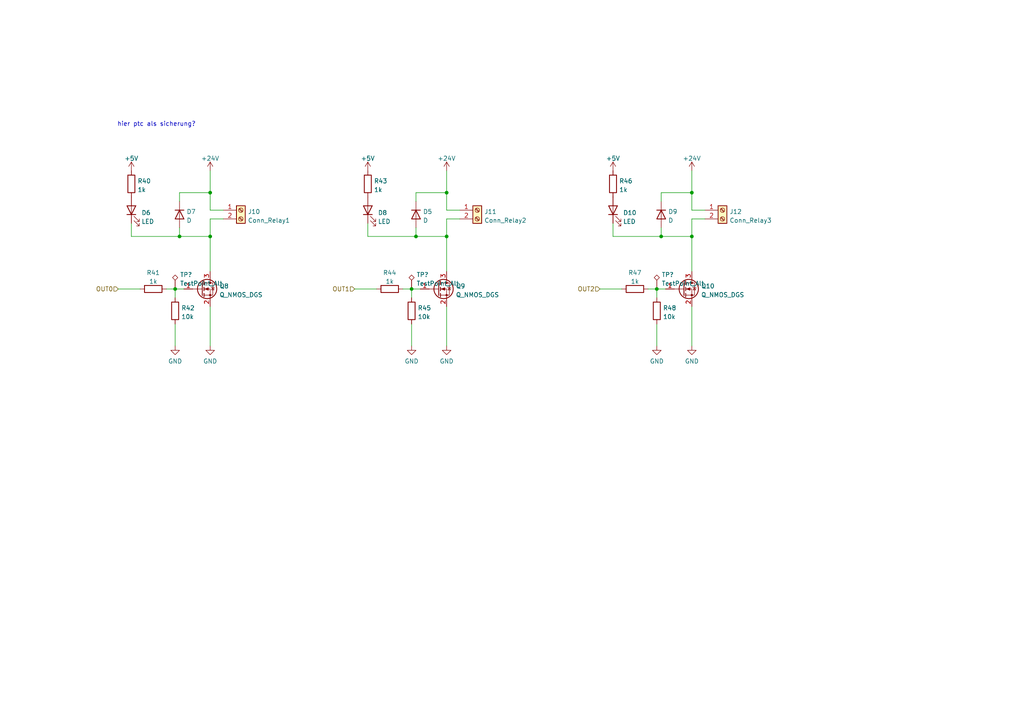
<source format=kicad_sch>
(kicad_sch (version 20211123) (generator eeschema)
  (paper "A4")
  (title_block (title "FloatPUMP Schematics") (date "2022-11-11") (rev "1.0") (company "robtor.de") (comment 1 "Controller board for up to 3 water pumps") (comment 2 "measuring capabilities with piezoresistive pressure sensors") (comment 3 "sensor input Range 4mA-20mA"))
  (lib_symbols
    (symbol "Connector:Screw_Terminal_01x02" (pin_names (offset 1.016) hide)
      (property "Reference" "J" (at 0 2.54 0))
      (property "Value" "Screw_Terminal_01x02" (at 0 -5.08 0))
      (symbol "Screw_Terminal_01x02_1_1"
        (rectangle (start -1.27 1.27) (end 1.27 -3.81) (stroke (width 0.254)) (fill (type background)))
        (circle (center 0 -2.54) (radius 0.635) (stroke (width 0.1524)))
        (polyline (pts (xy -0.5334 -2.2098) (xy 0.3302 -3.048)) (stroke (width 0.1524)))
        (polyline (pts (xy -0.5334 0.3302) (xy 0.3302 -0.508)) (stroke (width 0.1524)))
        (polyline (pts (xy -0.3556 -2.032) (xy 0.508 -2.8702)) (stroke (width 0.1524)))
        (polyline (pts (xy -0.3556 0.508) (xy 0.508 -0.3302)) (stroke (width 0.1524)))
        (circle (center 0 0) (radius 0.635) (stroke (width 0.1524)))
        (pin passive line (at -5.08 0 0) (length 3.81) (name "Pin_1") (number "1"))
        (pin passive line (at -5.08 -2.54 0) (length 3.81) (name "Pin_2") (number "2"))
      )
    )
    (symbol "Connector:TestPoint_Alt" (pin_numbers hide) (pin_names (offset 0.762) hide)
      (property "Reference" "TP" (at 0 6.858 0))
      (property "Value" "TestPoint_Alt" (at 0 5.08 0))
      (symbol "TestPoint_Alt_0_1"
        (polyline (pts (xy 0 2.54) (xy -0.762 3.302) (xy 0 4.064) (xy 0.762 3.302) (xy 0 2.54)))
      )
      (symbol "TestPoint_Alt_1_1"
        (pin passive line (at 0 0 90) (length 2.54) (name "1") (number "1"))
      )
    )
    (symbol "Device:D" (pin_numbers hide) (pin_names (offset 1.016) hide)
      (property "Reference" "D" (at 0 2.54 0))
      (property "Value" "D" (at 0 -2.54 0))
      (symbol "D_0_1"
        (polyline (pts (xy -1.27 1.27) (xy -1.27 -1.27)) (stroke (width 0.254)))
        (polyline (pts (xy 1.27 0) (xy -1.27 0)))
        (polyline (pts (xy 1.27 1.27) (xy 1.27 -1.27) (xy -1.27 0) (xy 1.27 1.27)) (stroke (width 0.254)))
      )
      (symbol "D_1_1"
        (pin passive line (at -3.81 0 0) (length 2.54) (name "K") (number "1"))
        (pin passive line (at 3.81 0 180) (length 2.54) (name "A") (number "2"))
      )
    )
    (symbol "Device:LED" (pin_numbers hide) (pin_names (offset 1.016) hide)
      (property "Reference" "D" (at 0 2.54 0))
      (property "Value" "LED" (at 0 -2.54 0))
      (symbol "LED_0_1"
        (polyline (pts (xy -1.27 -1.27) (xy -1.27 1.27)) (stroke (width 0.254)))
        (polyline (pts (xy -1.27 0) (xy 1.27 0)))
        (polyline (pts (xy 1.27 -1.27) (xy 1.27 1.27) (xy -1.27 0) (xy 1.27 -1.27)) (stroke (width 0.254)))
        (polyline (pts (xy -3.048 -0.762) (xy -4.572 -2.286) (xy -3.81 -2.286) (xy -4.572 -2.286) (xy -4.572 -1.524)))
        (polyline (pts (xy -1.778 -0.762) (xy -3.302 -2.286) (xy -2.54 -2.286) (xy -3.302 -2.286) (xy -3.302 -1.524)))
      )
      (symbol "LED_1_1"
        (pin passive line (at -3.81 0 0) (length 2.54) (name "K") (number "1"))
        (pin passive line (at 3.81 0 180) (length 2.54) (name "A") (number "2"))
      )
    )
    (symbol "Device:Q_NMOS_GSD" (pin_names (offset 0) hide)
      (property "Reference" "Q" (at 5.08 1.27 0))
      (property "Value" "Q_NMOS_GSD" (at 5.08 -1.27 0))
      (symbol "Q_NMOS_GSD_0_1"
        (polyline (pts (xy 0.254 0) (xy -2.54 0)))
        (polyline (pts (xy 0.254 1.905) (xy 0.254 -1.905)) (stroke (width 0.254)))
        (polyline (pts (xy 0.762 -1.27) (xy 0.762 -2.286)) (stroke (width 0.254)))
        (polyline (pts (xy 0.762 0.508) (xy 0.762 -0.508)) (stroke (width 0.254)))
        (polyline (pts (xy 0.762 2.286) (xy 0.762 1.27)) (stroke (width 0.254)))
        (polyline (pts (xy 2.54 2.54) (xy 2.54 1.778)))
        (polyline (pts (xy 2.54 -2.54) (xy 2.54 0) (xy 0.762 0)))
        (polyline (pts (xy 0.762 -1.778) (xy 3.302 -1.778) (xy 3.302 1.778) (xy 0.762 1.778)))
        (polyline (pts (xy 1.016 0) (xy 2.032 0.381) (xy 2.032 -0.381) (xy 1.016 0)) (fill (type outline)))
        (polyline (pts (xy 2.794 0.508) (xy 2.921 0.381) (xy 3.683 0.381) (xy 3.81 0.254)))
        (polyline (pts (xy 3.302 0.381) (xy 2.921 -0.254) (xy 3.683 -0.254) (xy 3.302 0.381)))
        (circle (center 1.651 0) (radius 2.794) (stroke (width 0.254)))
        (circle (center 2.54 -1.778) (radius 0.254) (fill (type outline)))
        (circle (center 2.54 1.778) (radius 0.254) (fill (type outline)))
      )
      (symbol "Q_NMOS_GSD_1_1"
        (pin input line (at -5.08 0 0) (length 2.54) (name "G") (number "1"))
        (pin passive line (at 2.54 -5.08 90) (length 2.54) (name "S") (number "2"))
        (pin passive line (at 2.54 5.08 270) (length 2.54) (name "D") (number "3"))
      )
    )
    (symbol "Device:R" (pin_numbers hide) (pin_names (offset 0))
      (property "Reference" "R" (at 2.032 0 90))
      (property "Value" "R" (at 0 0 90))
      (symbol "R_0_1"
        (rectangle (start -1.016 -2.54) (end 1.016 2.54) (stroke (width 0.254)))
      )
      (symbol "R_1_1"
        (pin passive line (at 0 3.81 270) (length 1.27) (name "~") (number "1"))
        (pin passive line (at 0 -3.81 90) (length 1.27) (name "~") (number "2"))
      )
    )
    (symbol "power:+24V" (power) (pin_names (offset 0))
      (property "Value" "+24V" (at 0 3.556 0))
      (symbol "+24V_0_1"
        (polyline (pts (xy -0.762 1.27) (xy 0 2.54)))
        (polyline (pts (xy 0 0) (xy 0 2.54)))
        (polyline (pts (xy 0 2.54) (xy 0.762 1.27)))
      )
      (symbol "+24V_1_1"
        (pin power_in line (at 0 0 90) (length 0) hide (name "+24V") (number "1"))
      )
    )
    (symbol "power:+5V" (power) (pin_names (offset 0))
      (property "Value" "+5V" (at 0 3.556 0))
      (symbol "+5V_0_1"
        (polyline (pts (xy -0.762 1.27) (xy 0 2.54)))
        (polyline (pts (xy 0 0) (xy 0 2.54)))
        (polyline (pts (xy 0 2.54) (xy 0.762 1.27)))
      )
      (symbol "+5V_1_1"
        (pin power_in line (at 0 0 90) (length 0) hide (name "+5V") (number "1"))
      )
    )
    (symbol "power:GND" (power) (pin_names (offset 0))
      (property "Value" "GND" (at 0 -3.81 0))
      (symbol "GND_0_1"
        (polyline (pts (xy 0 0) (xy 0 -1.27) (xy 1.27 -1.27) (xy 0 -2.54) (xy -1.27 -1.27) (xy 0 -1.27)))
      )
      (symbol "GND_1_1"
        (pin power_in line (at 0 0 270) (length 0) hide (name "GND") (number "1"))
      )
    )
  )
  (junction (at 52.07 68.58))
  (junction (at 120.65 68.58))
  (junction (at 60.96 68.58))
  (junction (at 129.54 68.58))
  (junction (at 119.38 83.82))
  (junction (at 50.8 83.82))
  (junction (at 60.96 55.88))
  (junction (at 191.77 68.58))
  (junction (at 129.54 55.88))
  (junction (at 190.5 83.82))
  (junction (at 200.66 68.58))
  (junction (at 200.66 55.88))
  (wire (pts (xy 191.77 58.42) (xy 191.77 55.88)))
  (wire (pts (xy 60.96 68.58) (xy 60.96 78.74)))
  (wire (pts (xy 173.99 83.82) (xy 180.34 83.82)))
  (wire (pts (xy 190.5 83.82) (xy 193.04 83.82)))
  (wire (pts (xy 50.8 83.82) (xy 50.8 86.36)))
  (wire (pts (xy 200.66 88.9) (xy 200.66 100.33)))
  (wire (pts (xy 200.66 68.58) (xy 200.66 78.74)))
  (wire (pts (xy 129.54 49.53) (xy 129.54 55.88)))
  (wire (pts (xy 102.87 83.82) (xy 109.22 83.82)))
  (wire (pts (xy 60.96 55.88) (xy 60.96 60.96)))
  (wire (pts (xy 191.77 68.58) (xy 200.66 68.58)))
  (wire (pts (xy 52.07 68.58) (xy 38.1 68.58)))
  (wire (pts (xy 187.96 83.82) (xy 190.5 83.82)))
  (wire (pts (xy 190.5 83.82) (xy 190.5 86.36)))
  (wire (pts (xy 120.65 55.88) (xy 129.54 55.88)))
  (wire (pts (xy 120.65 68.58) (xy 129.54 68.58)))
  (wire (pts (xy 200.66 55.88) (xy 200.66 60.96)))
  (wire (pts (xy 191.77 55.88) (xy 200.66 55.88)))
  (wire (pts (xy 177.8 64.77) (xy 177.8 68.58)))
  (wire (pts (xy 129.54 60.96) (xy 133.35 60.96)))
  (wire (pts (xy 50.8 83.82) (xy 53.34 83.82)))
  (wire (pts (xy 116.84 83.82) (xy 119.38 83.82)))
  (wire (pts (xy 50.8 93.98) (xy 50.8 100.33)))
  (wire (pts (xy 133.35 63.5) (xy 129.54 63.5)))
  (wire (pts (xy 60.96 88.9) (xy 60.96 100.33)))
  (wire (pts (xy 106.68 64.77) (xy 106.68 68.58)))
  (wire (pts (xy 52.07 55.88) (xy 60.96 55.88)))
  (wire (pts (xy 60.96 63.5) (xy 60.96 68.58)))
  (wire (pts (xy 34.29 83.82) (xy 40.64 83.82)))
  (wire (pts (xy 119.38 93.98) (xy 119.38 100.33)))
  (wire (pts (xy 52.07 66.04) (xy 52.07 68.58)))
  (wire (pts (xy 119.38 83.82) (xy 121.92 83.82)))
  (wire (pts (xy 120.65 66.04) (xy 120.65 68.58)))
  (wire (pts (xy 52.07 58.42) (xy 52.07 55.88)))
  (wire (pts (xy 191.77 68.58) (xy 177.8 68.58)))
  (wire (pts (xy 129.54 88.9) (xy 129.54 100.33)))
  (wire (pts (xy 52.07 68.58) (xy 60.96 68.58)))
  (wire (pts (xy 60.96 60.96) (xy 64.77 60.96)))
  (wire (pts (xy 64.77 63.5) (xy 60.96 63.5)))
  (wire (pts (xy 190.5 93.98) (xy 190.5 100.33)))
  (wire (pts (xy 120.65 58.42) (xy 120.65 55.88)))
  (wire (pts (xy 119.38 83.82) (xy 119.38 86.36)))
  (wire (pts (xy 204.47 63.5) (xy 200.66 63.5)))
  (wire (pts (xy 129.54 68.58) (xy 129.54 78.74)))
  (wire (pts (xy 129.54 63.5) (xy 129.54 68.58)))
  (wire (pts (xy 200.66 49.53) (xy 200.66 55.88)))
  (wire (pts (xy 120.65 68.58) (xy 106.68 68.58)))
  (wire (pts (xy 129.54 55.88) (xy 129.54 60.96)))
  (wire (pts (xy 200.66 63.5) (xy 200.66 68.58)))
  (wire (pts (xy 38.1 64.77) (xy 38.1 68.58)))
  (wire (pts (xy 191.77 66.04) (xy 191.77 68.58)))
  (wire (pts (xy 48.26 83.82) (xy 50.8 83.82)))
  (wire (pts (xy 200.66 60.96) (xy 204.47 60.96)))
  (wire (pts (xy 60.96 49.53) (xy 60.96 55.88)))
  (text " hier ptc als sicherung?" (at 33.02 36.83 0) (effects (font (size 1.27 1.27)) (justify left bottom)))
  (hierarchical_label "OUT1" (shape input) (at 102.87 83.82 180))
  (hierarchical_label "OUT2" (shape input) (at 173.99 83.82 180))
  (hierarchical_label "OUT0" (shape input) (at 34.29 83.82 180))
  (symbol (lib_id "power:+24V") (at 129.54 49.53 0) (unit 1)
    (property "Reference" "#PWR057" (effects hide))
    (property "Value" "+24V" (at 129.54 45.9542 0))
  )
  (symbol (lib_id "power:GND") (at 200.66 100.33 0) (unit 1)
    (property "Reference" "#PWR062" (effects hide))
    (property "Value" "GND" (at 200.66 104.7734 0))
  )
  (symbol (lib_id "power:GND") (at 119.38 100.33 0) (unit 1)
    (property "Reference" "#PWR056" (effects hide))
    (property "Value" "GND" (at 119.38 104.7734 0))
  )
  (symbol (lib_id "Connector:TestPoint_Alt") (at 119.38 83.82 0) (unit 1)
    (property "Reference" "TP?" (at 120.777 79.6833 0) (effects (justify left)))
    (property "Value" "TestPoint_Alt" (at 120.777 82.2202 0) (effects (justify left)))
  )
  (symbol (lib_id "power:+5V") (at 177.8 49.53 0) (unit 1)
    (property "Reference" "#PWR059" (effects hide))
    (property "Value" "+5V" (at 177.8 45.9542 0))
  )
  (symbol (lib_id "Device:R") (at 113.03 83.82 90) (unit 1)
    (property "Reference" "R44" (at 113.03 79.1042 90))
    (property "Value" "1k" (at 113.03 81.6411 90))
    (property "Footprint" "Resistor_SMD:R_0603_1608Metric" (effects hide))
    (property "JLCPCB" "C328340" (effects hide))
  )
  (symbol (lib_id "Device:D") (at 191.77 62.23 270) (unit 1)
    (property "Reference" "D9" (at 193.802 61.3953 90) (effects (justify left)))
    (property "Value" "D" (at 193.802 63.9322 90) (effects (justify left)))
    (property "Footprint" "Diode_SMD:D_SMA" (effects hide))
    (property "Datasheet" "https://datasheet.lcsc.com/lcsc/2109061630_YONGYUTAI-1N4001_C2892670.pdf" (effects hide))
    (property "JLCPCB" "C2892670" (effects hide))
  )
  (symbol (lib_id "Device:D") (at 52.07 62.23 270) (unit 1)
    (property "Reference" "D7" (at 54.102 61.3953 90) (effects (justify left)))
    (property "Value" "D" (at 54.102 63.9322 90) (effects (justify left)))
    (property "Footprint" "Diode_SMD:D_SMA" (effects hide))
    (property "Datasheet" "https://datasheet.lcsc.com/lcsc/2109061630_YONGYUTAI-1N4001_C2892670.pdf" (effects hide))
    (property "JLCPCB" "C2892670" (effects hide))
  )
  (symbol (lib_id "Connector:TestPoint_Alt") (at 190.5 83.82 0) (unit 1)
    (property "Reference" "TP?" (at 191.897 79.6833 0) (effects (justify left)))
    (property "Value" "TestPoint_Alt" (at 191.897 82.2202 0) (effects (justify left)))
  )
  (symbol (lib_id "Device:R") (at 184.15 83.82 90) (unit 1)
    (property "Reference" "R47" (at 184.15 79.1042 90))
    (property "Value" "1k" (at 184.15 81.6411 90))
    (property "Footprint" "Resistor_SMD:R_0603_1608Metric" (effects hide))
    (property "JLCPCB" "C328340" (effects hide))
  )
  (symbol (lib_id "power:+5V") (at 106.68 49.53 0) (unit 1)
    (property "Reference" "#PWR055" (effects hide))
    (property "Value" "+5V" (at 106.68 45.9542 0))
  )
  (symbol (lib_id "power:+24V") (at 60.96 49.53 0) (unit 1)
    (property "Reference" "#PWR053" (effects hide))
    (property "Value" "+24V" (at 60.96 45.9542 0))
  )
  (symbol (lib_id "Device:D") (at 120.65 62.23 270) (unit 1)
    (property "Reference" "D5" (at 122.682 61.3953 90) (effects (justify left)))
    (property "Value" "D" (at 122.682 63.9322 90) (effects (justify left)))
    (property "Footprint" "Diode_SMD:D_SMA" (effects hide))
    (property "Datasheet" "https://datasheet.lcsc.com/lcsc/2109061630_YONGYUTAI-1N4001_C2892670.pdf" (effects hide))
    (property "JLCPCB" "C2892670" (effects hide))
  )
  (symbol (lib_id "Device:Q_NMOS_GSD") (at 198.12 83.82 0) (unit 1)
    (property "Reference" "Q10" (at 203.327 82.9853 0) (effects (justify left)))
    (property "Value" "Q_NMOS_DGS" (at 203.327 85.5222 0) (effects (justify left)))
    (property "Footprint" "Package_TO_SOT_SMD:SOT-23" (effects hide))
    (property "Datasheet" "https://datasheet.lcsc.com/lcsc/1810271831_TOSHIBA-T2N7002BK-LM_C146372.pdf" (effects hide))
    (property "JLCPCB" "C146372" (effects hide))
  )
  (symbol (lib_id "Connector:TestPoint_Alt") (at 50.8 83.82 0) (unit 1)
    (property "Reference" "TP?" (at 52.197 79.6833 0) (effects (justify left)))
    (property "Value" "TestPoint_Alt" (at 52.197 82.2202 0) (effects (justify left)))
  )
  (symbol (lib_id "Device:LED") (at 106.68 60.96 90) (unit 1)
    (property "Reference" "D8" (at 109.601 61.7128 90) (effects (justify right)))
    (property "Value" "LED" (at 109.601 64.2497 90) (effects (justify right)))
    (property "Footprint" "LED_SMD:LED_0805_2012Metric" (effects hide))
  )
  (symbol (lib_id "power:GND") (at 60.96 100.33 0) (unit 1)
    (property "Reference" "#PWR054" (effects hide))
    (property "Value" "GND" (at 60.96 104.7734 0))
  )
  (symbol (lib_id "Device:LED") (at 177.8 60.96 90) (unit 1)
    (property "Reference" "D10" (at 180.721 61.7128 90) (effects (justify right)))
    (property "Value" "LED" (at 180.721 64.2497 90) (effects (justify right)))
    (property "Footprint" "LED_SMD:LED_0805_2012Metric" (effects hide))
  )
  (symbol (lib_id "Device:R") (at 106.68 53.34 180) (unit 1)
    (property "Reference" "R43" (at 108.458 52.5053 0) (effects (justify right)))
    (property "Value" "1k" (at 108.458 55.0422 0) (effects (justify right)))
    (property "Footprint" "Resistor_SMD:R_0603_1608Metric" (effects hide))
    (property "JLCPCB" "C328340" (effects hide))
  )
  (symbol (lib_id "power:GND") (at 129.54 100.33 0) (unit 1)
    (property "Reference" "#PWR058" (effects hide))
    (property "Value" "GND" (at 129.54 104.7734 0))
  )
  (symbol (lib_id "Device:LED") (at 38.1 60.96 90) (unit 1)
    (property "Reference" "D6" (at 41.021 61.7128 90) (effects (justify right)))
    (property "Value" "LED" (at 41.021 64.2497 90) (effects (justify right)))
    (property "Footprint" "LED_SMD:LED_0805_2012Metric" (effects hide))
  )
  (symbol (lib_id "Device:Q_NMOS_GSD") (at 58.42 83.82 0) (unit 1)
    (property "Reference" "Q8" (at 63.627 82.9853 0) (effects (justify left)))
    (property "Value" "Q_NMOS_DGS" (at 63.627 85.5222 0) (effects (justify left)))
    (property "Footprint" "Package_TO_SOT_SMD:SOT-23" (effects hide))
    (property "Datasheet" "https://datasheet.lcsc.com/lcsc/1810271831_TOSHIBA-T2N7002BK-LM_C146372.pdf" (effects hide))
    (property "JLCPCB" "C146372" (effects hide))
  )
  (symbol (lib_id "power:GND") (at 50.8 100.33 0) (unit 1)
    (property "Reference" "#PWR052" (effects hide))
    (property "Value" "GND" (at 50.8 104.7734 0))
  )
  (symbol (lib_id "Device:R") (at 38.1 53.34 180) (unit 1)
    (property "Reference" "R40" (at 39.878 52.5053 0) (effects (justify right)))
    (property "Value" "1k" (at 39.878 55.0422 0) (effects (justify right)))
    (property "Footprint" "Resistor_SMD:R_0603_1608Metric" (effects hide))
    (property "JLCPCB" "C328340" (effects hide))
  )
  (symbol (lib_id "Device:Q_NMOS_GSD") (at 127 83.82 0) (unit 1)
    (property "Reference" "Q9" (at 132.207 82.9853 0) (effects (justify left)))
    (property "Value" "Q_NMOS_DGS" (at 132.207 85.5222 0) (effects (justify left)))
    (property "Footprint" "Package_TO_SOT_SMD:SOT-23" (effects hide))
    (property "Datasheet" "https://datasheet.lcsc.com/lcsc/1810271831_TOSHIBA-T2N7002BK-LM_C146372.pdf" (effects hide))
    (property "JLCPCB" "C146372" (effects hide))
  )
  (symbol (lib_id "Connector:Screw_Terminal_01x02") (at 138.43 60.96 0) (unit 1)
    (property "Reference" "J11" (at 140.462 61.3953 0) (effects (justify left)))
    (property "Value" "Conn_Relay2" (at 140.462 63.9322 0) (effects (justify left)))
  )
  (symbol (lib_id "Connector:Screw_Terminal_01x02") (at 209.55 60.96 0) (unit 1)
    (property "Reference" "J12" (at 211.582 61.3953 0) (effects (justify left)))
    (property "Value" "Conn_Relay3" (at 211.582 63.9322 0) (effects (justify left)))
  )
  (symbol (lib_id "power:+5V") (at 38.1 49.53 0) (unit 1)
    (property "Reference" "#PWR051" (effects hide))
    (property "Value" "+5V" (at 38.1 45.9542 0))
  )
  (symbol (lib_id "Connector:Screw_Terminal_01x02") (at 69.85 60.96 0) (unit 1)
    (property "Reference" "J10" (at 71.882 61.3953 0) (effects (justify left)))
    (property "Value" "Conn_Relay1" (at 71.882 63.9322 0) (effects (justify left)))
  )
  (symbol (lib_id "Device:R") (at 50.8 90.17 0) (unit 1)
    (property "Reference" "R42" (at 52.578 89.3353 0) (effects (justify left)))
    (property "Value" "10k" (at 52.578 91.8722 0) (effects (justify left)))
    (property "Footprint" "Resistor_SMD:R_0603_1608Metric" (effects hide))
    (property "JLCPCB" "C238881" (effects hide))
  )
  (symbol (lib_id "Device:R") (at 119.38 90.17 0) (unit 1)
    (property "Reference" "R45" (at 121.158 89.3353 0) (effects (justify left)))
    (property "Value" "10k" (at 121.158 91.8722 0) (effects (justify left)))
    (property "Footprint" "Resistor_SMD:R_0603_1608Metric" (effects hide))
    (property "JLCPCB" "C238881" (effects hide))
  )
  (symbol (lib_id "power:+24V") (at 200.66 49.53 0) (unit 1)
    (property "Reference" "#PWR061" (effects hide))
    (property "Value" "+24V" (at 200.66 45.9542 0))
  )
  (symbol (lib_id "Device:R") (at 190.5 90.17 0) (unit 1)
    (property "Reference" "R48" (at 192.278 89.3353 0) (effects (justify left)))
    (property "Value" "10k" (at 192.278 91.8722 0) (effects (justify left)))
    (property "Footprint" "Resistor_SMD:R_0603_1608Metric" (effects hide))
    (property "JLCPCB" "C238881" (effects hide))
  )
  (symbol (lib_id "power:GND") (at 190.5 100.33 0) (unit 1)
    (property "Reference" "#PWR060" (effects hide))
    (property "Value" "GND" (at 190.5 104.7734 0))
  )
  (symbol (lib_id "Device:R") (at 44.45 83.82 90) (unit 1)
    (property "Reference" "R41" (at 44.45 79.1042 90))
    (property "Value" "1k" (at 44.45 81.6411 90))
    (property "Footprint" "Resistor_SMD:R_0603_1608Metric" (effects hide))
    (property "JLCPCB" "C328340" (effects hide))
  )
  (symbol (lib_id "Device:R") (at 177.8 53.34 180) (unit 1)
    (property "Reference" "R46" (at 179.578 52.5053 0) (effects (justify right)))
    (property "Value" "1k" (at 179.578 55.0422 0) (effects (justify right)))
    (property "Footprint" "Resistor_SMD:R_0603_1608Metric" (effects hide))
    (property "JLCPCB" "C328340" (effects hide))
  )
)
</source>
